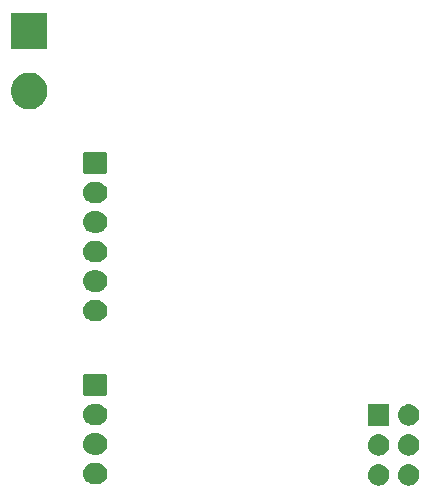
<source format=gbr>
G04 #@! TF.GenerationSoftware,KiCad,Pcbnew,5.0.2+dfsg1-1~bpo9+1*
G04 #@! TF.CreationDate,2019-09-13T19:08:42+10:00*
G04 #@! TF.ProjectId,interface,696e7465-7266-4616-9365-2e6b69636164,rev?*
G04 #@! TF.SameCoordinates,Original*
G04 #@! TF.FileFunction,Soldermask,Bot*
G04 #@! TF.FilePolarity,Negative*
%FSLAX46Y46*%
G04 Gerber Fmt 4.6, Leading zero omitted, Abs format (unit mm)*
G04 Created by KiCad (PCBNEW 5.0.2+dfsg1-1~bpo9+1) date Пт 13 сен 2019 19:08:42*
%MOMM*%
%LPD*%
G01*
G04 APERTURE LIST*
%ADD10C,0.100000*%
G04 APERTURE END LIST*
D10*
G36*
X125205443Y-98165519D02*
X125271627Y-98172037D01*
X125384853Y-98206384D01*
X125441467Y-98223557D01*
X125580087Y-98297652D01*
X125597991Y-98307222D01*
X125633729Y-98336552D01*
X125735186Y-98419814D01*
X125818448Y-98521271D01*
X125847778Y-98557009D01*
X125847779Y-98557011D01*
X125931443Y-98713533D01*
X125946562Y-98763375D01*
X125982963Y-98883373D01*
X126000359Y-99060000D01*
X125982963Y-99236627D01*
X125967844Y-99286467D01*
X125931443Y-99406467D01*
X125911921Y-99442989D01*
X125847778Y-99562991D01*
X125833667Y-99580185D01*
X125735186Y-99700186D01*
X125642265Y-99776443D01*
X125597991Y-99812778D01*
X125597989Y-99812779D01*
X125441467Y-99896443D01*
X125384853Y-99913616D01*
X125271627Y-99947963D01*
X125205443Y-99954481D01*
X125139260Y-99961000D01*
X125050740Y-99961000D01*
X124984557Y-99954481D01*
X124918373Y-99947963D01*
X124805147Y-99913616D01*
X124748533Y-99896443D01*
X124592011Y-99812779D01*
X124592009Y-99812778D01*
X124547735Y-99776443D01*
X124454814Y-99700186D01*
X124356333Y-99580185D01*
X124342222Y-99562991D01*
X124278079Y-99442989D01*
X124258557Y-99406467D01*
X124222156Y-99286467D01*
X124207037Y-99236627D01*
X124189641Y-99060000D01*
X124207037Y-98883373D01*
X124243438Y-98763375D01*
X124258557Y-98713533D01*
X124342221Y-98557011D01*
X124342222Y-98557009D01*
X124371552Y-98521271D01*
X124454814Y-98419814D01*
X124556271Y-98336552D01*
X124592009Y-98307222D01*
X124609913Y-98297652D01*
X124748533Y-98223557D01*
X124805147Y-98206384D01*
X124918373Y-98172037D01*
X124984557Y-98165519D01*
X125050740Y-98159000D01*
X125139260Y-98159000D01*
X125205443Y-98165519D01*
X125205443Y-98165519D01*
G37*
G36*
X127745443Y-98165519D02*
X127811627Y-98172037D01*
X127924853Y-98206384D01*
X127981467Y-98223557D01*
X128120087Y-98297652D01*
X128137991Y-98307222D01*
X128173729Y-98336552D01*
X128275186Y-98419814D01*
X128358448Y-98521271D01*
X128387778Y-98557009D01*
X128387779Y-98557011D01*
X128471443Y-98713533D01*
X128486562Y-98763375D01*
X128522963Y-98883373D01*
X128540359Y-99060000D01*
X128522963Y-99236627D01*
X128507844Y-99286467D01*
X128471443Y-99406467D01*
X128451921Y-99442989D01*
X128387778Y-99562991D01*
X128373667Y-99580185D01*
X128275186Y-99700186D01*
X128182265Y-99776443D01*
X128137991Y-99812778D01*
X128137989Y-99812779D01*
X127981467Y-99896443D01*
X127924853Y-99913616D01*
X127811627Y-99947963D01*
X127745443Y-99954481D01*
X127679260Y-99961000D01*
X127590740Y-99961000D01*
X127524557Y-99954481D01*
X127458373Y-99947963D01*
X127345147Y-99913616D01*
X127288533Y-99896443D01*
X127132011Y-99812779D01*
X127132009Y-99812778D01*
X127087735Y-99776443D01*
X126994814Y-99700186D01*
X126896333Y-99580185D01*
X126882222Y-99562991D01*
X126818079Y-99442989D01*
X126798557Y-99406467D01*
X126762156Y-99286467D01*
X126747037Y-99236627D01*
X126729641Y-99060000D01*
X126747037Y-98883373D01*
X126783438Y-98763375D01*
X126798557Y-98713533D01*
X126882221Y-98557011D01*
X126882222Y-98557009D01*
X126911552Y-98521271D01*
X126994814Y-98419814D01*
X127096271Y-98336552D01*
X127132009Y-98307222D01*
X127149913Y-98297652D01*
X127288533Y-98223557D01*
X127345147Y-98206384D01*
X127458373Y-98172037D01*
X127524557Y-98165519D01*
X127590740Y-98159000D01*
X127679260Y-98159000D01*
X127745443Y-98165519D01*
X127745443Y-98165519D01*
G37*
G36*
X101327443Y-98045519D02*
X101393627Y-98052037D01*
X101506853Y-98086384D01*
X101563467Y-98103557D01*
X101667192Y-98159000D01*
X101719991Y-98187222D01*
X101755729Y-98216552D01*
X101857186Y-98299814D01*
X101940448Y-98401271D01*
X101969778Y-98437009D01*
X101969779Y-98437011D01*
X102053443Y-98593533D01*
X102053443Y-98593534D01*
X102104963Y-98763373D01*
X102122359Y-98940000D01*
X102104963Y-99116627D01*
X102070616Y-99229853D01*
X102053443Y-99286467D01*
X101989301Y-99406466D01*
X101969778Y-99442991D01*
X101940448Y-99478729D01*
X101857186Y-99580186D01*
X101755729Y-99663448D01*
X101719991Y-99692778D01*
X101719989Y-99692779D01*
X101563467Y-99776443D01*
X101506853Y-99793616D01*
X101393627Y-99827963D01*
X101327443Y-99834481D01*
X101261260Y-99841000D01*
X100922740Y-99841000D01*
X100856557Y-99834481D01*
X100790373Y-99827963D01*
X100677147Y-99793616D01*
X100620533Y-99776443D01*
X100464011Y-99692779D01*
X100464009Y-99692778D01*
X100428271Y-99663448D01*
X100326814Y-99580186D01*
X100243552Y-99478729D01*
X100214222Y-99442991D01*
X100194699Y-99406466D01*
X100130557Y-99286467D01*
X100113384Y-99229853D01*
X100079037Y-99116627D01*
X100061641Y-98940000D01*
X100079037Y-98763373D01*
X100130557Y-98593534D01*
X100130557Y-98593533D01*
X100214221Y-98437011D01*
X100214222Y-98437009D01*
X100243552Y-98401271D01*
X100326814Y-98299814D01*
X100428271Y-98216552D01*
X100464009Y-98187222D01*
X100516808Y-98159000D01*
X100620533Y-98103557D01*
X100677147Y-98086384D01*
X100790373Y-98052037D01*
X100856557Y-98045519D01*
X100922740Y-98039000D01*
X101261260Y-98039000D01*
X101327443Y-98045519D01*
X101327443Y-98045519D01*
G37*
G36*
X127745442Y-95625518D02*
X127811627Y-95632037D01*
X127924853Y-95666384D01*
X127981467Y-95683557D01*
X128120087Y-95757652D01*
X128137991Y-95767222D01*
X128173729Y-95796552D01*
X128275186Y-95879814D01*
X128358448Y-95981271D01*
X128387778Y-96017009D01*
X128387779Y-96017011D01*
X128471443Y-96173533D01*
X128471443Y-96173534D01*
X128522963Y-96343373D01*
X128540359Y-96520000D01*
X128522963Y-96696627D01*
X128495711Y-96786466D01*
X128471443Y-96866467D01*
X128430539Y-96942991D01*
X128387778Y-97022991D01*
X128358448Y-97058729D01*
X128275186Y-97160186D01*
X128173729Y-97243448D01*
X128137991Y-97272778D01*
X128137989Y-97272779D01*
X127981467Y-97356443D01*
X127924853Y-97373616D01*
X127811627Y-97407963D01*
X127745442Y-97414482D01*
X127679260Y-97421000D01*
X127590740Y-97421000D01*
X127524558Y-97414482D01*
X127458373Y-97407963D01*
X127345147Y-97373616D01*
X127288533Y-97356443D01*
X127132011Y-97272779D01*
X127132009Y-97272778D01*
X127096271Y-97243448D01*
X126994814Y-97160186D01*
X126911552Y-97058729D01*
X126882222Y-97022991D01*
X126839461Y-96942991D01*
X126798557Y-96866467D01*
X126774289Y-96786466D01*
X126747037Y-96696627D01*
X126729641Y-96520000D01*
X126747037Y-96343373D01*
X126798557Y-96173534D01*
X126798557Y-96173533D01*
X126882221Y-96017011D01*
X126882222Y-96017009D01*
X126911552Y-95981271D01*
X126994814Y-95879814D01*
X127096271Y-95796552D01*
X127132009Y-95767222D01*
X127149913Y-95757652D01*
X127288533Y-95683557D01*
X127345147Y-95666384D01*
X127458373Y-95632037D01*
X127524558Y-95625518D01*
X127590740Y-95619000D01*
X127679260Y-95619000D01*
X127745442Y-95625518D01*
X127745442Y-95625518D01*
G37*
G36*
X125205442Y-95625518D02*
X125271627Y-95632037D01*
X125384853Y-95666384D01*
X125441467Y-95683557D01*
X125580087Y-95757652D01*
X125597991Y-95767222D01*
X125633729Y-95796552D01*
X125735186Y-95879814D01*
X125818448Y-95981271D01*
X125847778Y-96017009D01*
X125847779Y-96017011D01*
X125931443Y-96173533D01*
X125931443Y-96173534D01*
X125982963Y-96343373D01*
X126000359Y-96520000D01*
X125982963Y-96696627D01*
X125955711Y-96786466D01*
X125931443Y-96866467D01*
X125890539Y-96942991D01*
X125847778Y-97022991D01*
X125818448Y-97058729D01*
X125735186Y-97160186D01*
X125633729Y-97243448D01*
X125597991Y-97272778D01*
X125597989Y-97272779D01*
X125441467Y-97356443D01*
X125384853Y-97373616D01*
X125271627Y-97407963D01*
X125205442Y-97414482D01*
X125139260Y-97421000D01*
X125050740Y-97421000D01*
X124984558Y-97414482D01*
X124918373Y-97407963D01*
X124805147Y-97373616D01*
X124748533Y-97356443D01*
X124592011Y-97272779D01*
X124592009Y-97272778D01*
X124556271Y-97243448D01*
X124454814Y-97160186D01*
X124371552Y-97058729D01*
X124342222Y-97022991D01*
X124299461Y-96942991D01*
X124258557Y-96866467D01*
X124234289Y-96786466D01*
X124207037Y-96696627D01*
X124189641Y-96520000D01*
X124207037Y-96343373D01*
X124258557Y-96173534D01*
X124258557Y-96173533D01*
X124342221Y-96017011D01*
X124342222Y-96017009D01*
X124371552Y-95981271D01*
X124454814Y-95879814D01*
X124556271Y-95796552D01*
X124592009Y-95767222D01*
X124609913Y-95757652D01*
X124748533Y-95683557D01*
X124805147Y-95666384D01*
X124918373Y-95632037D01*
X124984558Y-95625518D01*
X125050740Y-95619000D01*
X125139260Y-95619000D01*
X125205442Y-95625518D01*
X125205442Y-95625518D01*
G37*
G36*
X101327442Y-95545518D02*
X101393627Y-95552037D01*
X101506853Y-95586384D01*
X101563467Y-95603557D01*
X101702087Y-95677652D01*
X101719991Y-95687222D01*
X101755729Y-95716552D01*
X101857186Y-95799814D01*
X101922839Y-95879814D01*
X101969778Y-95937009D01*
X101969779Y-95937011D01*
X102053443Y-96093533D01*
X102053443Y-96093534D01*
X102104963Y-96263373D01*
X102122359Y-96440000D01*
X102104963Y-96616627D01*
X102080696Y-96696625D01*
X102053443Y-96786467D01*
X102010682Y-96866466D01*
X101969778Y-96942991D01*
X101940448Y-96978729D01*
X101857186Y-97080186D01*
X101759705Y-97160185D01*
X101719991Y-97192778D01*
X101719989Y-97192779D01*
X101563467Y-97276443D01*
X101506853Y-97293616D01*
X101393627Y-97327963D01*
X101327443Y-97334481D01*
X101261260Y-97341000D01*
X100922740Y-97341000D01*
X100856557Y-97334481D01*
X100790373Y-97327963D01*
X100677147Y-97293616D01*
X100620533Y-97276443D01*
X100464011Y-97192779D01*
X100464009Y-97192778D01*
X100424295Y-97160185D01*
X100326814Y-97080186D01*
X100243552Y-96978729D01*
X100214222Y-96942991D01*
X100173318Y-96866466D01*
X100130557Y-96786467D01*
X100103304Y-96696625D01*
X100079037Y-96616627D01*
X100061641Y-96440000D01*
X100079037Y-96263373D01*
X100130557Y-96093534D01*
X100130557Y-96093533D01*
X100214221Y-95937011D01*
X100214222Y-95937009D01*
X100261161Y-95879814D01*
X100326814Y-95799814D01*
X100428271Y-95716552D01*
X100464009Y-95687222D01*
X100481913Y-95677652D01*
X100620533Y-95603557D01*
X100677147Y-95586384D01*
X100790373Y-95552037D01*
X100856558Y-95545518D01*
X100922740Y-95539000D01*
X101261260Y-95539000D01*
X101327442Y-95545518D01*
X101327442Y-95545518D01*
G37*
G36*
X127745443Y-93085519D02*
X127811627Y-93092037D01*
X127924853Y-93126384D01*
X127981467Y-93143557D01*
X128063155Y-93187221D01*
X128137991Y-93227222D01*
X128173729Y-93256552D01*
X128275186Y-93339814D01*
X128354951Y-93437009D01*
X128387778Y-93477009D01*
X128387779Y-93477011D01*
X128471443Y-93633533D01*
X128471443Y-93633534D01*
X128522963Y-93803373D01*
X128540359Y-93980000D01*
X128522963Y-94156627D01*
X128488616Y-94269853D01*
X128471443Y-94326467D01*
X128409160Y-94442989D01*
X128387778Y-94482991D01*
X128358448Y-94518729D01*
X128275186Y-94620186D01*
X128186731Y-94692778D01*
X128137991Y-94732778D01*
X128137989Y-94732779D01*
X127981467Y-94816443D01*
X127943490Y-94827963D01*
X127811627Y-94867963D01*
X127745443Y-94874481D01*
X127679260Y-94881000D01*
X127590740Y-94881000D01*
X127524557Y-94874481D01*
X127458373Y-94867963D01*
X127326510Y-94827963D01*
X127288533Y-94816443D01*
X127132011Y-94732779D01*
X127132009Y-94732778D01*
X127083269Y-94692778D01*
X126994814Y-94620186D01*
X126911552Y-94518729D01*
X126882222Y-94482991D01*
X126860840Y-94442989D01*
X126798557Y-94326467D01*
X126781384Y-94269853D01*
X126747037Y-94156627D01*
X126729641Y-93980000D01*
X126747037Y-93803373D01*
X126798557Y-93633534D01*
X126798557Y-93633533D01*
X126882221Y-93477011D01*
X126882222Y-93477009D01*
X126915049Y-93437009D01*
X126994814Y-93339814D01*
X127096271Y-93256552D01*
X127132009Y-93227222D01*
X127206845Y-93187221D01*
X127288533Y-93143557D01*
X127345147Y-93126384D01*
X127458373Y-93092037D01*
X127524557Y-93085519D01*
X127590740Y-93079000D01*
X127679260Y-93079000D01*
X127745443Y-93085519D01*
X127745443Y-93085519D01*
G37*
G36*
X125996000Y-94881000D02*
X124194000Y-94881000D01*
X124194000Y-93079000D01*
X125996000Y-93079000D01*
X125996000Y-94881000D01*
X125996000Y-94881000D01*
G37*
G36*
X101327442Y-93045518D02*
X101393627Y-93052037D01*
X101482512Y-93079000D01*
X101563467Y-93103557D01*
X101702087Y-93177652D01*
X101719991Y-93187222D01*
X101755729Y-93216552D01*
X101857186Y-93299814D01*
X101940448Y-93401271D01*
X101969778Y-93437009D01*
X101969779Y-93437011D01*
X102053443Y-93593533D01*
X102053443Y-93593534D01*
X102104963Y-93763373D01*
X102122359Y-93940000D01*
X102104963Y-94116627D01*
X102092829Y-94156627D01*
X102053443Y-94286467D01*
X102032062Y-94326467D01*
X101969778Y-94442991D01*
X101940448Y-94478729D01*
X101857186Y-94580186D01*
X101755729Y-94663448D01*
X101719991Y-94692778D01*
X101719989Y-94692779D01*
X101563467Y-94776443D01*
X101506853Y-94793616D01*
X101393627Y-94827963D01*
X101327443Y-94834481D01*
X101261260Y-94841000D01*
X100922740Y-94841000D01*
X100856557Y-94834481D01*
X100790373Y-94827963D01*
X100677147Y-94793616D01*
X100620533Y-94776443D01*
X100464011Y-94692779D01*
X100464009Y-94692778D01*
X100428271Y-94663448D01*
X100326814Y-94580186D01*
X100243552Y-94478729D01*
X100214222Y-94442991D01*
X100151938Y-94326467D01*
X100130557Y-94286467D01*
X100091171Y-94156627D01*
X100079037Y-94116627D01*
X100061641Y-93940000D01*
X100079037Y-93763373D01*
X100130557Y-93593534D01*
X100130557Y-93593533D01*
X100214221Y-93437011D01*
X100214222Y-93437009D01*
X100243552Y-93401271D01*
X100326814Y-93299814D01*
X100428271Y-93216552D01*
X100464009Y-93187222D01*
X100481913Y-93177652D01*
X100620533Y-93103557D01*
X100701488Y-93079000D01*
X100790373Y-93052037D01*
X100856558Y-93045518D01*
X100922740Y-93039000D01*
X101261260Y-93039000D01*
X101327442Y-93045518D01*
X101327442Y-93045518D01*
G37*
G36*
X101975600Y-90542989D02*
X102008649Y-90553014D01*
X102039106Y-90569294D01*
X102065799Y-90591201D01*
X102087706Y-90617894D01*
X102103986Y-90648351D01*
X102114011Y-90681400D01*
X102118000Y-90721904D01*
X102118000Y-92158096D01*
X102114011Y-92198600D01*
X102103986Y-92231649D01*
X102087706Y-92262106D01*
X102065799Y-92288799D01*
X102039106Y-92310706D01*
X102008649Y-92326986D01*
X101975600Y-92337011D01*
X101935096Y-92341000D01*
X100248904Y-92341000D01*
X100208400Y-92337011D01*
X100175351Y-92326986D01*
X100144894Y-92310706D01*
X100118201Y-92288799D01*
X100096294Y-92262106D01*
X100080014Y-92231649D01*
X100069989Y-92198600D01*
X100066000Y-92158096D01*
X100066000Y-90721904D01*
X100069989Y-90681400D01*
X100080014Y-90648351D01*
X100096294Y-90617894D01*
X100118201Y-90591201D01*
X100144894Y-90569294D01*
X100175351Y-90553014D01*
X100208400Y-90542989D01*
X100248904Y-90539000D01*
X101935096Y-90539000D01*
X101975600Y-90542989D01*
X101975600Y-90542989D01*
G37*
G36*
X101327442Y-84249518D02*
X101393627Y-84256037D01*
X101506853Y-84290384D01*
X101563467Y-84307557D01*
X101702087Y-84381652D01*
X101719991Y-84391222D01*
X101755729Y-84420552D01*
X101857186Y-84503814D01*
X101940448Y-84605271D01*
X101969778Y-84641009D01*
X101969779Y-84641011D01*
X102053443Y-84797533D01*
X102053443Y-84797534D01*
X102104963Y-84967373D01*
X102122359Y-85144000D01*
X102104963Y-85320627D01*
X102070616Y-85433853D01*
X102053443Y-85490467D01*
X101979348Y-85629087D01*
X101969778Y-85646991D01*
X101940448Y-85682729D01*
X101857186Y-85784186D01*
X101755729Y-85867448D01*
X101719991Y-85896778D01*
X101719989Y-85896779D01*
X101563467Y-85980443D01*
X101506853Y-85997616D01*
X101393627Y-86031963D01*
X101327442Y-86038482D01*
X101261260Y-86045000D01*
X100922740Y-86045000D01*
X100856558Y-86038482D01*
X100790373Y-86031963D01*
X100677147Y-85997616D01*
X100620533Y-85980443D01*
X100464011Y-85896779D01*
X100464009Y-85896778D01*
X100428271Y-85867448D01*
X100326814Y-85784186D01*
X100243552Y-85682729D01*
X100214222Y-85646991D01*
X100204652Y-85629087D01*
X100130557Y-85490467D01*
X100113384Y-85433853D01*
X100079037Y-85320627D01*
X100061641Y-85144000D01*
X100079037Y-84967373D01*
X100130557Y-84797534D01*
X100130557Y-84797533D01*
X100214221Y-84641011D01*
X100214222Y-84641009D01*
X100243552Y-84605271D01*
X100326814Y-84503814D01*
X100428271Y-84420552D01*
X100464009Y-84391222D01*
X100481913Y-84381652D01*
X100620533Y-84307557D01*
X100677147Y-84290384D01*
X100790373Y-84256037D01*
X100856558Y-84249518D01*
X100922740Y-84243000D01*
X101261260Y-84243000D01*
X101327442Y-84249518D01*
X101327442Y-84249518D01*
G37*
G36*
X101327443Y-81749519D02*
X101393627Y-81756037D01*
X101506853Y-81790384D01*
X101563467Y-81807557D01*
X101702087Y-81881652D01*
X101719991Y-81891222D01*
X101755729Y-81920552D01*
X101857186Y-82003814D01*
X101940448Y-82105271D01*
X101969778Y-82141009D01*
X101969779Y-82141011D01*
X102053443Y-82297533D01*
X102053443Y-82297534D01*
X102104963Y-82467373D01*
X102122359Y-82644000D01*
X102104963Y-82820627D01*
X102070616Y-82933853D01*
X102053443Y-82990467D01*
X101979348Y-83129087D01*
X101969778Y-83146991D01*
X101940448Y-83182729D01*
X101857186Y-83284186D01*
X101755729Y-83367448D01*
X101719991Y-83396778D01*
X101719989Y-83396779D01*
X101563467Y-83480443D01*
X101506853Y-83497616D01*
X101393627Y-83531963D01*
X101327442Y-83538482D01*
X101261260Y-83545000D01*
X100922740Y-83545000D01*
X100856558Y-83538482D01*
X100790373Y-83531963D01*
X100677147Y-83497616D01*
X100620533Y-83480443D01*
X100464011Y-83396779D01*
X100464009Y-83396778D01*
X100428271Y-83367448D01*
X100326814Y-83284186D01*
X100243552Y-83182729D01*
X100214222Y-83146991D01*
X100204652Y-83129087D01*
X100130557Y-82990467D01*
X100113384Y-82933853D01*
X100079037Y-82820627D01*
X100061641Y-82644000D01*
X100079037Y-82467373D01*
X100130557Y-82297534D01*
X100130557Y-82297533D01*
X100214221Y-82141011D01*
X100214222Y-82141009D01*
X100243552Y-82105271D01*
X100326814Y-82003814D01*
X100428271Y-81920552D01*
X100464009Y-81891222D01*
X100481913Y-81881652D01*
X100620533Y-81807557D01*
X100677147Y-81790384D01*
X100790373Y-81756037D01*
X100856557Y-81749519D01*
X100922740Y-81743000D01*
X101261260Y-81743000D01*
X101327443Y-81749519D01*
X101327443Y-81749519D01*
G37*
G36*
X101327442Y-79249518D02*
X101393627Y-79256037D01*
X101506853Y-79290384D01*
X101563467Y-79307557D01*
X101702087Y-79381652D01*
X101719991Y-79391222D01*
X101755729Y-79420552D01*
X101857186Y-79503814D01*
X101940448Y-79605271D01*
X101969778Y-79641009D01*
X101969779Y-79641011D01*
X102053443Y-79797533D01*
X102053443Y-79797534D01*
X102104963Y-79967373D01*
X102122359Y-80144000D01*
X102104963Y-80320627D01*
X102070616Y-80433853D01*
X102053443Y-80490467D01*
X101979348Y-80629087D01*
X101969778Y-80646991D01*
X101940448Y-80682729D01*
X101857186Y-80784186D01*
X101755729Y-80867448D01*
X101719991Y-80896778D01*
X101719989Y-80896779D01*
X101563467Y-80980443D01*
X101506853Y-80997616D01*
X101393627Y-81031963D01*
X101327443Y-81038481D01*
X101261260Y-81045000D01*
X100922740Y-81045000D01*
X100856557Y-81038481D01*
X100790373Y-81031963D01*
X100677147Y-80997616D01*
X100620533Y-80980443D01*
X100464011Y-80896779D01*
X100464009Y-80896778D01*
X100428271Y-80867448D01*
X100326814Y-80784186D01*
X100243552Y-80682729D01*
X100214222Y-80646991D01*
X100204652Y-80629087D01*
X100130557Y-80490467D01*
X100113384Y-80433853D01*
X100079037Y-80320627D01*
X100061641Y-80144000D01*
X100079037Y-79967373D01*
X100130557Y-79797534D01*
X100130557Y-79797533D01*
X100214221Y-79641011D01*
X100214222Y-79641009D01*
X100243552Y-79605271D01*
X100326814Y-79503814D01*
X100428271Y-79420552D01*
X100464009Y-79391222D01*
X100481913Y-79381652D01*
X100620533Y-79307557D01*
X100677147Y-79290384D01*
X100790373Y-79256037D01*
X100856558Y-79249518D01*
X100922740Y-79243000D01*
X101261260Y-79243000D01*
X101327442Y-79249518D01*
X101327442Y-79249518D01*
G37*
G36*
X101327442Y-76749518D02*
X101393627Y-76756037D01*
X101506853Y-76790384D01*
X101563467Y-76807557D01*
X101702087Y-76881652D01*
X101719991Y-76891222D01*
X101755729Y-76920552D01*
X101857186Y-77003814D01*
X101940448Y-77105271D01*
X101969778Y-77141009D01*
X101969779Y-77141011D01*
X102053443Y-77297533D01*
X102053443Y-77297534D01*
X102104963Y-77467373D01*
X102122359Y-77644000D01*
X102104963Y-77820627D01*
X102070616Y-77933853D01*
X102053443Y-77990467D01*
X101979348Y-78129087D01*
X101969778Y-78146991D01*
X101940448Y-78182729D01*
X101857186Y-78284186D01*
X101755729Y-78367448D01*
X101719991Y-78396778D01*
X101719989Y-78396779D01*
X101563467Y-78480443D01*
X101506853Y-78497616D01*
X101393627Y-78531963D01*
X101327442Y-78538482D01*
X101261260Y-78545000D01*
X100922740Y-78545000D01*
X100856558Y-78538482D01*
X100790373Y-78531963D01*
X100677147Y-78497616D01*
X100620533Y-78480443D01*
X100464011Y-78396779D01*
X100464009Y-78396778D01*
X100428271Y-78367448D01*
X100326814Y-78284186D01*
X100243552Y-78182729D01*
X100214222Y-78146991D01*
X100204652Y-78129087D01*
X100130557Y-77990467D01*
X100113384Y-77933853D01*
X100079037Y-77820627D01*
X100061641Y-77644000D01*
X100079037Y-77467373D01*
X100130557Y-77297534D01*
X100130557Y-77297533D01*
X100214221Y-77141011D01*
X100214222Y-77141009D01*
X100243552Y-77105271D01*
X100326814Y-77003814D01*
X100428271Y-76920552D01*
X100464009Y-76891222D01*
X100481913Y-76881652D01*
X100620533Y-76807557D01*
X100677147Y-76790384D01*
X100790373Y-76756037D01*
X100856558Y-76749518D01*
X100922740Y-76743000D01*
X101261260Y-76743000D01*
X101327442Y-76749518D01*
X101327442Y-76749518D01*
G37*
G36*
X101327443Y-74249519D02*
X101393627Y-74256037D01*
X101506853Y-74290384D01*
X101563467Y-74307557D01*
X101702087Y-74381652D01*
X101719991Y-74391222D01*
X101755729Y-74420552D01*
X101857186Y-74503814D01*
X101940448Y-74605271D01*
X101969778Y-74641009D01*
X101969779Y-74641011D01*
X102053443Y-74797533D01*
X102053443Y-74797534D01*
X102104963Y-74967373D01*
X102122359Y-75144000D01*
X102104963Y-75320627D01*
X102070616Y-75433853D01*
X102053443Y-75490467D01*
X101979348Y-75629087D01*
X101969778Y-75646991D01*
X101940448Y-75682729D01*
X101857186Y-75784186D01*
X101755729Y-75867448D01*
X101719991Y-75896778D01*
X101719989Y-75896779D01*
X101563467Y-75980443D01*
X101506853Y-75997616D01*
X101393627Y-76031963D01*
X101327443Y-76038481D01*
X101261260Y-76045000D01*
X100922740Y-76045000D01*
X100856557Y-76038481D01*
X100790373Y-76031963D01*
X100677147Y-75997616D01*
X100620533Y-75980443D01*
X100464011Y-75896779D01*
X100464009Y-75896778D01*
X100428271Y-75867448D01*
X100326814Y-75784186D01*
X100243552Y-75682729D01*
X100214222Y-75646991D01*
X100204652Y-75629087D01*
X100130557Y-75490467D01*
X100113384Y-75433853D01*
X100079037Y-75320627D01*
X100061641Y-75144000D01*
X100079037Y-74967373D01*
X100130557Y-74797534D01*
X100130557Y-74797533D01*
X100214221Y-74641011D01*
X100214222Y-74641009D01*
X100243552Y-74605271D01*
X100326814Y-74503814D01*
X100428271Y-74420552D01*
X100464009Y-74391222D01*
X100481913Y-74381652D01*
X100620533Y-74307557D01*
X100677147Y-74290384D01*
X100790373Y-74256037D01*
X100856557Y-74249519D01*
X100922740Y-74243000D01*
X101261260Y-74243000D01*
X101327443Y-74249519D01*
X101327443Y-74249519D01*
G37*
G36*
X101975600Y-71746989D02*
X102008649Y-71757014D01*
X102039106Y-71773294D01*
X102065799Y-71795201D01*
X102087706Y-71821894D01*
X102103986Y-71852351D01*
X102114011Y-71885400D01*
X102118000Y-71925904D01*
X102118000Y-73362096D01*
X102114011Y-73402600D01*
X102103986Y-73435649D01*
X102087706Y-73466106D01*
X102065799Y-73492799D01*
X102039106Y-73514706D01*
X102008649Y-73530986D01*
X101975600Y-73541011D01*
X101935096Y-73545000D01*
X100248904Y-73545000D01*
X100208400Y-73541011D01*
X100175351Y-73530986D01*
X100144894Y-73514706D01*
X100118201Y-73492799D01*
X100096294Y-73466106D01*
X100080014Y-73435649D01*
X100069989Y-73402600D01*
X100066000Y-73362096D01*
X100066000Y-71925904D01*
X100069989Y-71885400D01*
X100080014Y-71852351D01*
X100096294Y-71821894D01*
X100118201Y-71795201D01*
X100144894Y-71773294D01*
X100175351Y-71757014D01*
X100208400Y-71746989D01*
X100248904Y-71743000D01*
X101935096Y-71743000D01*
X101975600Y-71746989D01*
X101975600Y-71746989D01*
G37*
G36*
X95856527Y-65036736D02*
X95956410Y-65056604D01*
X96238674Y-65173521D01*
X96492705Y-65343259D01*
X96708741Y-65559295D01*
X96878479Y-65813326D01*
X96995396Y-66095590D01*
X97055000Y-66395240D01*
X97055000Y-66700760D01*
X96995396Y-67000410D01*
X96878479Y-67282674D01*
X96708741Y-67536705D01*
X96492705Y-67752741D01*
X96238674Y-67922479D01*
X95956410Y-68039396D01*
X95856527Y-68059264D01*
X95656762Y-68099000D01*
X95351238Y-68099000D01*
X95151473Y-68059264D01*
X95051590Y-68039396D01*
X94769326Y-67922479D01*
X94515295Y-67752741D01*
X94299259Y-67536705D01*
X94129521Y-67282674D01*
X94012604Y-67000410D01*
X93953000Y-66700760D01*
X93953000Y-66395240D01*
X94012604Y-66095590D01*
X94129521Y-65813326D01*
X94299259Y-65559295D01*
X94515295Y-65343259D01*
X94769326Y-65173521D01*
X95051590Y-65056604D01*
X95151473Y-65036736D01*
X95351238Y-64997000D01*
X95656762Y-64997000D01*
X95856527Y-65036736D01*
X95856527Y-65036736D01*
G37*
G36*
X97055000Y-63019000D02*
X93953000Y-63019000D01*
X93953000Y-59917000D01*
X97055000Y-59917000D01*
X97055000Y-63019000D01*
X97055000Y-63019000D01*
G37*
M02*

</source>
